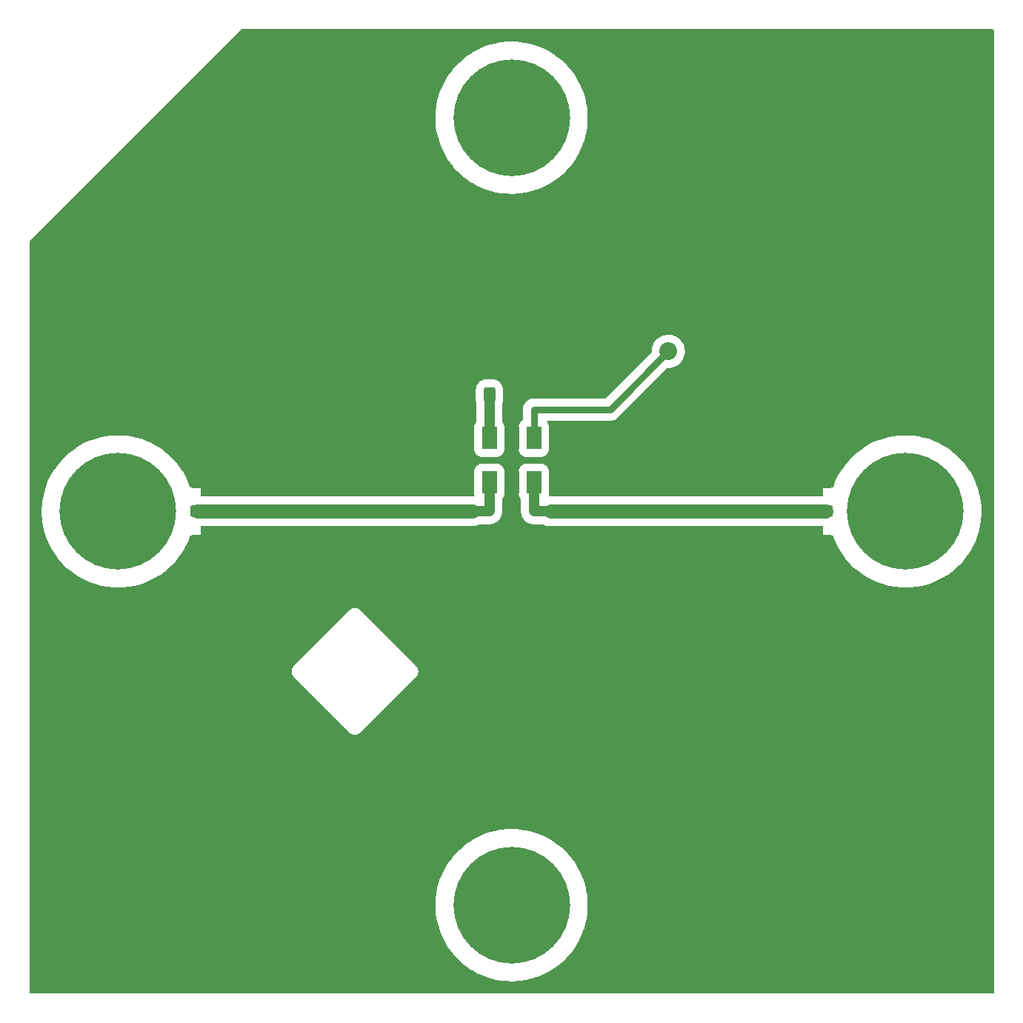
<source format=gbr>
G04 #@! TF.GenerationSoftware,KiCad,Pcbnew,6.0.4-6f826c9f35~116~ubuntu20.04.1*
G04 #@! TF.CreationDate,2022-04-29T13:31:38-04:00*
G04 #@! TF.ProjectId,LWA Cal Test 2022,4c574120-4361-46c2-9054-657374203230,1.3*
G04 #@! TF.SameCoordinates,Original*
G04 #@! TF.FileFunction,Copper,L1,Top*
G04 #@! TF.FilePolarity,Positive*
%FSLAX46Y46*%
G04 Gerber Fmt 4.6, Leading zero omitted, Abs format (unit mm)*
G04 Created by KiCad (PCBNEW 6.0.4-6f826c9f35~116~ubuntu20.04.1) date 2022-04-29 13:31:38*
%MOMM*%
%LPD*%
G01*
G04 APERTURE LIST*
G04 Aperture macros list*
%AMRoundRect*
0 Rectangle with rounded corners*
0 $1 Rounding radius*
0 $2 $3 $4 $5 $6 $7 $8 $9 X,Y pos of 4 corners*
0 Add a 4 corners polygon primitive as box body*
4,1,4,$2,$3,$4,$5,$6,$7,$8,$9,$2,$3,0*
0 Add four circle primitives for the rounded corners*
1,1,$1+$1,$2,$3*
1,1,$1+$1,$4,$5*
1,1,$1+$1,$6,$7*
1,1,$1+$1,$8,$9*
0 Add four rect primitives between the rounded corners*
20,1,$1+$1,$2,$3,$4,$5,0*
20,1,$1+$1,$4,$5,$6,$7,0*
20,1,$1+$1,$6,$7,$8,$9,0*
20,1,$1+$1,$8,$9,$2,$3,0*%
G04 Aperture macros list end*
G04 #@! TA.AperFunction,ComponentPad*
%ADD10C,13.335000*%
G04 #@! TD*
G04 #@! TA.AperFunction,SMDPad,CuDef*
%ADD11R,1.651000X2.540000*%
G04 #@! TD*
G04 #@! TA.AperFunction,SMDPad,CuDef*
%ADD12R,3.450001X3.450001*%
G04 #@! TD*
G04 #@! TA.AperFunction,ComponentPad*
%ADD13C,7.620000*%
G04 #@! TD*
G04 #@! TA.AperFunction,SMDPad,CuDef*
%ADD14RoundRect,0.250000X0.625000X-0.400000X0.625000X0.400000X-0.625000X0.400000X-0.625000X-0.400000X0*%
G04 #@! TD*
G04 #@! TA.AperFunction,SMDPad,CuDef*
%ADD15RoundRect,0.250000X-0.625000X0.400000X-0.625000X-0.400000X0.625000X-0.400000X0.625000X0.400000X0*%
G04 #@! TD*
G04 #@! TA.AperFunction,SMDPad,CuDef*
%ADD16RoundRect,0.250000X0.400000X0.625000X-0.400000X0.625000X-0.400000X-0.625000X0.400000X-0.625000X0*%
G04 #@! TD*
G04 #@! TA.AperFunction,ComponentPad*
%ADD17C,2.032000*%
G04 #@! TD*
G04 #@! TA.AperFunction,ViaPad*
%ADD18C,1.270000*%
G04 #@! TD*
G04 #@! TA.AperFunction,ViaPad*
%ADD19C,0.762000*%
G04 #@! TD*
G04 #@! TA.AperFunction,Conductor*
%ADD20C,1.143000*%
G04 #@! TD*
G04 #@! TA.AperFunction,Conductor*
%ADD21C,0.762000*%
G04 #@! TD*
G04 #@! TA.AperFunction,Conductor*
%ADD22C,1.600200*%
G04 #@! TD*
G04 APERTURE END LIST*
D10*
G04 #@! TO.P,FP1,1,Pin_1*
G04 #@! TO.N,unconnected-(FP1-Pad1)*
X37143588Y-99745800D03*
G04 #@! TD*
G04 #@! TO.P,FP2,1,Pin_1*
G04 #@! TO.N,unconnected-(FP2-Pad1)*
X127143612Y-99745800D03*
G04 #@! TD*
G04 #@! TO.P,FP3,1,Pin_1*
G04 #@! TO.N,unconnected-(FP3-Pad1)*
X82143600Y-54745788D03*
G04 #@! TD*
G04 #@! TO.P,FP4,1,Pin_1*
G04 #@! TO.N,unconnected-(FP4-Pad1)*
X82143600Y-144745812D03*
G04 #@! TD*
D11*
G04 #@! TO.P,H1,1*
G04 #@! TO.N,Net-(H1-Pad1)*
X84683600Y-91363800D03*
G04 #@! TO.P,H1,2*
G04 #@! TO.N,GND*
X82143600Y-91363800D03*
G04 #@! TO.P,H1,3*
G04 #@! TO.N,Net-(H1-Pad3)*
X79603600Y-91363800D03*
G04 #@! TO.P,H1,4*
G04 #@! TO.N,unconnected-(H1-Pad4)*
X79603600Y-96443800D03*
G04 #@! TO.P,H1,5*
G04 #@! TO.N,GND*
X82143600Y-96443800D03*
G04 #@! TO.P,H1,6*
G04 #@! TO.N,unconnected-(H1-Pad6)*
X84683600Y-96443800D03*
G04 #@! TD*
D12*
G04 #@! TO.P,TP2,1,1*
G04 #@! TO.N,GND*
X125069600Y-61264800D03*
G04 #@! TD*
D13*
G04 #@! TO.P,MH1,1*
G04 #@! TO.N,GND*
X107769228Y-125371428D03*
G04 #@! TD*
G04 #@! TO.P,MH2,1*
G04 #@! TO.N,GND*
X56517972Y-74120172D03*
G04 #@! TD*
D14*
G04 #@! TO.P,R1,1*
G04 #@! TO.N,unconnected-(H1-Pad4)*
X46278800Y-99745800D03*
G04 #@! TO.P,R1,2*
G04 #@! TO.N,GND*
X46278800Y-96391800D03*
G04 #@! TD*
G04 #@! TO.P,R4,1*
G04 #@! TO.N,unconnected-(H1-Pad6)*
X118008400Y-99745800D03*
G04 #@! TO.P,R4,2*
G04 #@! TO.N,GND*
X118008400Y-96391800D03*
G04 #@! TD*
D15*
G04 #@! TO.P,R5,1*
G04 #@! TO.N,unconnected-(H1-Pad6)*
X118008400Y-99745800D03*
G04 #@! TO.P,R5,2*
G04 #@! TO.N,GND*
X118008400Y-103099800D03*
G04 #@! TD*
G04 #@! TO.P,R2,1*
G04 #@! TO.N,unconnected-(H1-Pad4)*
X46278800Y-99745800D03*
G04 #@! TO.P,R2,2*
G04 #@! TO.N,GND*
X46278800Y-103099800D03*
G04 #@! TD*
D16*
G04 #@! TO.P,R3,1*
G04 #@! TO.N,GND*
X82703600Y-86410800D03*
G04 #@! TO.P,R3,2*
G04 #@! TO.N,Net-(H1-Pad3)*
X79603600Y-86410800D03*
G04 #@! TD*
D17*
G04 #@! TO.P,S3,1,In*
G04 #@! TO.N,Net-(H1-Pad1)*
X100050600Y-81457800D03*
G04 #@! TO.P,S3,2,Ext*
G04 #@! TO.N,GND*
X100050600Y-77865698D03*
X103642702Y-81457800D03*
X100050600Y-85049902D03*
X96458498Y-81457800D03*
G04 #@! TD*
D18*
G04 #@! TO.N,GND*
X46278800Y-104571800D03*
X118008400Y-104571800D03*
X118008400Y-94919800D03*
X46278800Y-94919800D03*
X82143600Y-99745800D03*
X91668600Y-134162800D03*
X110718600Y-102285800D03*
X73380600Y-129844800D03*
X82143600Y-88950800D03*
X72618600Y-120065800D03*
D19*
X114018448Y-103867626D03*
X114018447Y-105817626D03*
X114018447Y-105167626D03*
X114018447Y-104517626D03*
D18*
X82578600Y-84378800D03*
X87245620Y-127050800D03*
X84429600Y-124851840D03*
X90045600Y-125085760D03*
X98780600Y-121783754D03*
X98780600Y-125095000D03*
X89509600Y-131368800D03*
X74523600Y-81965800D03*
X130629770Y-78545650D03*
X46583600Y-64185800D03*
X123751230Y-120945950D03*
X103098600Y-89027000D03*
X43789600Y-70281800D03*
X103733600Y-97205800D03*
X68681600Y-106095800D03*
X95605600Y-106095800D03*
X99288600Y-67208400D03*
X70205600Y-102412800D03*
X64363600Y-93395800D03*
X87096600Y-93903800D03*
X48869600Y-66852800D03*
X100711000Y-74193400D03*
X49631600Y-84632800D03*
X51981100Y-47502810D03*
X109067600Y-81838800D03*
X44678600Y-138480800D03*
X53568600Y-97205800D03*
X60553600Y-102285800D03*
X116433600Y-130225800D03*
X53568600Y-102285800D03*
X61061600Y-107873800D03*
X40868600Y-58724800D03*
X113385600Y-74472800D03*
X115163600Y-66725800D03*
X112306100Y-47502820D03*
X98145600Y-104902000D03*
X52298600Y-107797600D03*
X60943450Y-141353430D03*
X64363600Y-89585800D03*
X40535970Y-120945950D03*
X29900610Y-129908300D03*
X99110800Y-89738200D03*
X110718600Y-97205800D03*
X36423600Y-140893800D03*
X84988400Y-83464400D03*
X88265000Y-77444600D03*
X123751230Y-78545650D03*
X87223600Y-103886000D03*
X102209600Y-58089800D03*
X77190600Y-93903800D03*
X60299600Y-80695800D03*
X78714600Y-132892800D03*
X66141600Y-104902000D03*
X49758600Y-116890800D03*
X85953600Y-113436400D03*
X87223600Y-107365800D03*
X29900620Y-69583300D03*
X93065600Y-78155800D03*
X53949600Y-89077800D03*
X134386590Y-69583300D03*
X97383600Y-92125800D03*
X53568600Y-124510800D03*
X77063600Y-103886000D03*
X52044600Y-153085800D03*
X111277400Y-110236000D03*
X74523600Y-87045800D03*
X117703600Y-64185800D03*
X103343750Y-141353430D03*
X93776800Y-93776800D03*
X89636600Y-135305800D03*
X101803200Y-69697600D03*
X98145600Y-94742000D03*
X82143600Y-66725800D03*
X62458600Y-53390800D03*
X61823600Y-132130800D03*
X102463600Y-133400800D03*
X103733600Y-102285800D03*
X117703600Y-135305800D03*
X77063600Y-107365800D03*
X62357000Y-66497200D03*
X118465600Y-81711800D03*
X78968600Y-113436400D03*
X40535970Y-78545650D03*
X94081600Y-97078800D03*
X116433600Y-69265800D03*
X134386580Y-129908300D03*
X111277400Y-89255600D03*
X66141600Y-94742000D03*
X60553600Y-97205800D03*
X115163600Y-132765800D03*
X61061600Y-91770200D03*
X74523600Y-78409800D03*
X124790200Y-142163800D03*
X46583600Y-135305800D03*
X94462600Y-129590800D03*
X112306100Y-151988790D03*
X113893600Y-119430800D03*
X100558600Y-112369600D03*
X124799820Y-57089580D03*
G04 #@! TD*
D20*
G04 #@! TO.N,GND*
X82578600Y-86410800D02*
X82578600Y-84378800D01*
X82143600Y-91363800D02*
X82143600Y-88950800D01*
X82143600Y-99745800D02*
X82143600Y-96443800D01*
D21*
G04 #@! TO.N,Net-(H1-Pad1)*
X84683600Y-91363800D02*
X84683600Y-88108610D01*
X93399790Y-88108610D02*
X100050600Y-81457800D01*
X84683600Y-88108610D02*
X93399790Y-88108610D01*
D20*
G04 #@! TO.N,Net-(H1-Pad3)*
X79603600Y-91363800D02*
X79603600Y-86410800D01*
G04 #@! TO.N,unconnected-(H1-Pad4)*
X79603600Y-99745800D02*
X77825600Y-99745800D01*
X79603600Y-96443800D02*
X79603600Y-99745800D01*
D22*
X77698600Y-99745800D02*
X46202600Y-99745800D01*
D20*
G04 #@! TO.N,unconnected-(H1-Pad6)*
X84683600Y-99745800D02*
X84683600Y-96443800D01*
D22*
X118084600Y-99745800D02*
X86588600Y-99745800D01*
D20*
X86461600Y-99745800D02*
X84683600Y-99745800D01*
G04 #@! TD*
G04 #@! TA.AperFunction,Conductor*
G04 #@! TO.N,GND*
G36*
X117703600Y-98056200D02*
G01*
X86523238Y-98056200D01*
X86511665Y-98057080D01*
X86442226Y-98042306D01*
X86391795Y-97992334D01*
X86376387Y-97923029D01*
X86380399Y-97898834D01*
X86390993Y-97859296D01*
X86390994Y-97859292D01*
X86392488Y-97853715D01*
X86398600Y-97776058D01*
X86398600Y-95111542D01*
X86392488Y-95033885D01*
X86344094Y-94853276D01*
X86259207Y-94686675D01*
X86141536Y-94541364D01*
X85996225Y-94423693D01*
X85829624Y-94338806D01*
X85823250Y-94337098D01*
X85654592Y-94291906D01*
X85654588Y-94291905D01*
X85649015Y-94290412D01*
X85637634Y-94289516D01*
X85573814Y-94284493D01*
X85573806Y-94284493D01*
X85571358Y-94284300D01*
X83795842Y-94284300D01*
X83793394Y-94284493D01*
X83793386Y-94284493D01*
X83729566Y-94289516D01*
X83718185Y-94290412D01*
X83712612Y-94291905D01*
X83712608Y-94291906D01*
X83543950Y-94337098D01*
X83537576Y-94338806D01*
X83370975Y-94423693D01*
X83225664Y-94541364D01*
X83107993Y-94686675D01*
X83023106Y-94853276D01*
X82974712Y-95033885D01*
X82968600Y-95111542D01*
X82968600Y-97776058D01*
X82974712Y-97853715D01*
X82976205Y-97859288D01*
X82976206Y-97859292D01*
X83005486Y-97968565D01*
X83023106Y-98034324D01*
X83107993Y-98200925D01*
X83112146Y-98206054D01*
X83112147Y-98206055D01*
X83194520Y-98307776D01*
X83221846Y-98373304D01*
X83222600Y-98387071D01*
X83222600Y-99729726D01*
X83222591Y-99731265D01*
X83221354Y-99832543D01*
X83221164Y-99848063D01*
X83230953Y-99912030D01*
X83231976Y-99920746D01*
X83237278Y-99985237D01*
X83238537Y-99990250D01*
X83238539Y-99990261D01*
X83248310Y-100029156D01*
X83250657Y-100040797D01*
X83255104Y-100069857D01*
X83257504Y-100085544D01*
X83277604Y-100147040D01*
X83280042Y-100155484D01*
X83295806Y-100218244D01*
X83297868Y-100222987D01*
X83297870Y-100222992D01*
X83313859Y-100259762D01*
X83318066Y-100270836D01*
X83332142Y-100313901D01*
X83362027Y-100371309D01*
X83365803Y-100379228D01*
X83391603Y-100438563D01*
X83394413Y-100442907D01*
X83394418Y-100442916D01*
X83416196Y-100476580D01*
X83422167Y-100486838D01*
X83435390Y-100512238D01*
X83443075Y-100527000D01*
X83446181Y-100531137D01*
X83446183Y-100531140D01*
X83481921Y-100578739D01*
X83486953Y-100585952D01*
X83522098Y-100640277D01*
X83525578Y-100644102D01*
X83525580Y-100644104D01*
X83552572Y-100673767D01*
X83560138Y-100682913D01*
X83587323Y-100719120D01*
X83591055Y-100722687D01*
X83591060Y-100722692D01*
X83634096Y-100763818D01*
X83640236Y-100770110D01*
X83683786Y-100817970D01*
X83687843Y-100821174D01*
X83719323Y-100846036D01*
X83728281Y-100853823D01*
X83757274Y-100881529D01*
X83761012Y-100885101D01*
X83765281Y-100888013D01*
X83814465Y-100921564D01*
X83821553Y-100926771D01*
X83847774Y-100947479D01*
X83872324Y-100966868D01*
X83901940Y-100983217D01*
X83911963Y-100988750D01*
X83922071Y-100994969D01*
X83959478Y-101020486D01*
X83964168Y-101022663D01*
X83964175Y-101022667D01*
X84018165Y-101047728D01*
X84026006Y-101051705D01*
X84082650Y-101082974D01*
X84125344Y-101098093D01*
X84136311Y-101102569D01*
X84177390Y-101121637D01*
X84182368Y-101123017D01*
X84182372Y-101123019D01*
X84239740Y-101138928D01*
X84248128Y-101141573D01*
X84304246Y-101161446D01*
X84304249Y-101161447D01*
X84309115Y-101163170D01*
X84349079Y-101170289D01*
X84353688Y-101171110D01*
X84365262Y-101173739D01*
X84408898Y-101185840D01*
X84414028Y-101186388D01*
X84414032Y-101186389D01*
X84455884Y-101190861D01*
X84473238Y-101192715D01*
X84481941Y-101193955D01*
X84501412Y-101197423D01*
X84540550Y-101204395D01*
X84540552Y-101204395D01*
X84545637Y-101205301D01*
X84590929Y-101205855D01*
X84598342Y-101206296D01*
X84598344Y-101206265D01*
X84601687Y-101206443D01*
X84605028Y-101206800D01*
X84667526Y-101206800D01*
X84669065Y-101206809D01*
X84780694Y-101208173D01*
X84780696Y-101208173D01*
X84785863Y-101208236D01*
X84790976Y-101207454D01*
X84795929Y-101207107D01*
X84804722Y-101206800D01*
X85705435Y-101206800D01*
X85764102Y-101221292D01*
X85911368Y-101298773D01*
X85911375Y-101298776D01*
X85915604Y-101301001D01*
X86158589Y-101384905D01*
X86275469Y-101406251D01*
X86407498Y-101430364D01*
X86407502Y-101430364D01*
X86411469Y-101431089D01*
X86493728Y-101435400D01*
X117703600Y-101435400D01*
X117703600Y-135305800D01*
X46583600Y-135305800D01*
X46583600Y-118080610D01*
X56993426Y-118080610D01*
X56994458Y-118087125D01*
X56999726Y-118120384D01*
X57001104Y-118133502D01*
X57003211Y-118173715D01*
X57004922Y-118180100D01*
X57013633Y-118212609D01*
X57016376Y-118225511D01*
X57022676Y-118265288D01*
X57037113Y-118302898D01*
X57041179Y-118315411D01*
X57051606Y-118354324D01*
X57066919Y-118384378D01*
X57069891Y-118390212D01*
X57075253Y-118402257D01*
X57089684Y-118439849D01*
X57093279Y-118445384D01*
X57093280Y-118445387D01*
X57111616Y-118473622D01*
X57118208Y-118485040D01*
X57133495Y-118515042D01*
X57136493Y-118520925D01*
X57156427Y-118545542D01*
X57161841Y-118552228D01*
X57169590Y-118562895D01*
X57187921Y-118591122D01*
X57187926Y-118591128D01*
X57191521Y-118596664D01*
X63673736Y-125078879D01*
X63679272Y-125082474D01*
X63679278Y-125082479D01*
X63707505Y-125100810D01*
X63718172Y-125108559D01*
X63749475Y-125133907D01*
X63785358Y-125152190D01*
X63796779Y-125158784D01*
X63830551Y-125180716D01*
X63864117Y-125193601D01*
X63868140Y-125195145D01*
X63880187Y-125200509D01*
X63910185Y-125215794D01*
X63910194Y-125215797D01*
X63916075Y-125218794D01*
X63922453Y-125220503D01*
X63922456Y-125220504D01*
X63954976Y-125229217D01*
X63967506Y-125233288D01*
X64005112Y-125247724D01*
X64011637Y-125248757D01*
X64011639Y-125248758D01*
X64028262Y-125251390D01*
X64044890Y-125254024D01*
X64057789Y-125256766D01*
X64090306Y-125265479D01*
X64090308Y-125265479D01*
X64096685Y-125267188D01*
X64103274Y-125267533D01*
X64103278Y-125267534D01*
X64133345Y-125269109D01*
X64136891Y-125269295D01*
X64150007Y-125270673D01*
X64183273Y-125275942D01*
X64183275Y-125275942D01*
X64189790Y-125276974D01*
X64196378Y-125276629D01*
X64196383Y-125276629D01*
X64230009Y-125274867D01*
X64243194Y-125274867D01*
X64276817Y-125276629D01*
X64276822Y-125276629D01*
X64283410Y-125276974D01*
X64323188Y-125270674D01*
X64336302Y-125269296D01*
X64353108Y-125268415D01*
X64369913Y-125267535D01*
X64369914Y-125267535D01*
X64376515Y-125267189D01*
X64415412Y-125256766D01*
X64428311Y-125254024D01*
X64461566Y-125248757D01*
X64468088Y-125247724D01*
X64505698Y-125233287D01*
X64518211Y-125229221D01*
X64557124Y-125218794D01*
X64593012Y-125200509D01*
X64605057Y-125195147D01*
X64636480Y-125183084D01*
X64642649Y-125180716D01*
X64648184Y-125177121D01*
X64648187Y-125177120D01*
X64676422Y-125158784D01*
X64687840Y-125152192D01*
X64717842Y-125136905D01*
X64717845Y-125136903D01*
X64723725Y-125133907D01*
X64755028Y-125108559D01*
X64765695Y-125100810D01*
X64793922Y-125082479D01*
X64793928Y-125082474D01*
X64799464Y-125078879D01*
X71281679Y-118596664D01*
X71285274Y-118591128D01*
X71285279Y-118591122D01*
X71303610Y-118562895D01*
X71311359Y-118552228D01*
X71332553Y-118526055D01*
X71332554Y-118526054D01*
X71336707Y-118520925D01*
X71354991Y-118485040D01*
X71361584Y-118473621D01*
X71379918Y-118445389D01*
X71383516Y-118439849D01*
X71397946Y-118402257D01*
X71403309Y-118390213D01*
X71418594Y-118360215D01*
X71418598Y-118360205D01*
X71421594Y-118354325D01*
X71432017Y-118315424D01*
X71436088Y-118302894D01*
X71450524Y-118265288D01*
X71456824Y-118225510D01*
X71459566Y-118212611D01*
X71468279Y-118180094D01*
X71468279Y-118180092D01*
X71469988Y-118173715D01*
X71472095Y-118133509D01*
X71473473Y-118120393D01*
X71478742Y-118087127D01*
X71478742Y-118087125D01*
X71479774Y-118080610D01*
X71479429Y-118074021D01*
X71479429Y-118074016D01*
X71477667Y-118040392D01*
X71477667Y-118027208D01*
X71479429Y-117993584D01*
X71479429Y-117993579D01*
X71479774Y-117986990D01*
X71473473Y-117947206D01*
X71472095Y-117934090D01*
X71470334Y-117900478D01*
X71470333Y-117900474D01*
X71469988Y-117893885D01*
X71468277Y-117887500D01*
X71459566Y-117854989D01*
X71456823Y-117842085D01*
X71451558Y-117808839D01*
X71451557Y-117808834D01*
X71450524Y-117802312D01*
X71436088Y-117764706D01*
X71432017Y-117752176D01*
X71423304Y-117719656D01*
X71423303Y-117719653D01*
X71421594Y-117713275D01*
X71418597Y-117707394D01*
X71418594Y-117707385D01*
X71403309Y-117677387D01*
X71397945Y-117665340D01*
X71385883Y-117633918D01*
X71383516Y-117627751D01*
X71361583Y-117593978D01*
X71354990Y-117582558D01*
X71339703Y-117552556D01*
X71336707Y-117546675D01*
X71311359Y-117515372D01*
X71303610Y-117504705D01*
X71285279Y-117476478D01*
X71285274Y-117476472D01*
X71281679Y-117470936D01*
X64799464Y-110988721D01*
X64793928Y-110985126D01*
X64793922Y-110985121D01*
X64765695Y-110966790D01*
X64755028Y-110959041D01*
X64748342Y-110953627D01*
X64723725Y-110933693D01*
X64717845Y-110930697D01*
X64717842Y-110930695D01*
X64687840Y-110915408D01*
X64676422Y-110908816D01*
X64648187Y-110890480D01*
X64648184Y-110890479D01*
X64642649Y-110886884D01*
X64605057Y-110872453D01*
X64593012Y-110867091D01*
X64587178Y-110864119D01*
X64557124Y-110848806D01*
X64518211Y-110838379D01*
X64505698Y-110834313D01*
X64468088Y-110819876D01*
X64461560Y-110818842D01*
X64428311Y-110813576D01*
X64415412Y-110810834D01*
X64376515Y-110800411D01*
X64369914Y-110800065D01*
X64369913Y-110800065D01*
X64353108Y-110799184D01*
X64336302Y-110798304D01*
X64323188Y-110796926D01*
X64283410Y-110790626D01*
X64276822Y-110790971D01*
X64276817Y-110790971D01*
X64243194Y-110792733D01*
X64230009Y-110792733D01*
X64196383Y-110790971D01*
X64196378Y-110790971D01*
X64189790Y-110790626D01*
X64183275Y-110791658D01*
X64183273Y-110791658D01*
X64150007Y-110796927D01*
X64136891Y-110798305D01*
X64133345Y-110798491D01*
X64103278Y-110800066D01*
X64103274Y-110800067D01*
X64096685Y-110800412D01*
X64090308Y-110802121D01*
X64090306Y-110802121D01*
X64057789Y-110810834D01*
X64044890Y-110813576D01*
X64028262Y-110816209D01*
X64011639Y-110818842D01*
X64011637Y-110818843D01*
X64005112Y-110819876D01*
X63967506Y-110834312D01*
X63954976Y-110838383D01*
X63922456Y-110847096D01*
X63922453Y-110847097D01*
X63916075Y-110848806D01*
X63910194Y-110851803D01*
X63910185Y-110851806D01*
X63880187Y-110867091D01*
X63868139Y-110872455D01*
X63830551Y-110886884D01*
X63825011Y-110890482D01*
X63796779Y-110908816D01*
X63785358Y-110915410D01*
X63749475Y-110933693D01*
X63744346Y-110937846D01*
X63744345Y-110937847D01*
X63718172Y-110959041D01*
X63707505Y-110966790D01*
X63679278Y-110985121D01*
X63679272Y-110985126D01*
X63673736Y-110988721D01*
X57191521Y-117470936D01*
X57187926Y-117476472D01*
X57187921Y-117476478D01*
X57169590Y-117504705D01*
X57161841Y-117515372D01*
X57136493Y-117546675D01*
X57133497Y-117552555D01*
X57133495Y-117552558D01*
X57118208Y-117582560D01*
X57111616Y-117593978D01*
X57093282Y-117622211D01*
X57089684Y-117627751D01*
X57087317Y-117633918D01*
X57087316Y-117633920D01*
X57075253Y-117665343D01*
X57069891Y-117677388D01*
X57051606Y-117713276D01*
X57041179Y-117752189D01*
X57037113Y-117764702D01*
X57022676Y-117802312D01*
X57021643Y-117808834D01*
X57016376Y-117842089D01*
X57013634Y-117854988D01*
X57003211Y-117893885D01*
X57002866Y-117900478D01*
X57002865Y-117900487D01*
X57001104Y-117934097D01*
X56999727Y-117947207D01*
X56993426Y-117986990D01*
X56993771Y-117993579D01*
X56993771Y-117993584D01*
X56995533Y-118027208D01*
X56995533Y-118040392D01*
X56993771Y-118074016D01*
X56993771Y-118074021D01*
X56993426Y-118080610D01*
X46583600Y-118080610D01*
X46583600Y-101435400D01*
X77763962Y-101435400D01*
X77766341Y-101435219D01*
X77766342Y-101435219D01*
X77950155Y-101421237D01*
X77950160Y-101421236D01*
X77954922Y-101420874D01*
X77959575Y-101419795D01*
X77959578Y-101419795D01*
X78200682Y-101363910D01*
X78200681Y-101363910D01*
X78205346Y-101362829D01*
X78444109Y-101267572D01*
X78517922Y-101224179D01*
X78581778Y-101206800D01*
X79587526Y-101206800D01*
X79589065Y-101206809D01*
X79700693Y-101208173D01*
X79700695Y-101208173D01*
X79705863Y-101208236D01*
X79710972Y-101207454D01*
X79710975Y-101207454D01*
X79731324Y-101204340D01*
X79769830Y-101198447D01*
X79778546Y-101197424D01*
X79843037Y-101192122D01*
X79848050Y-101190863D01*
X79848061Y-101190861D01*
X79886956Y-101181090D01*
X79898592Y-101178744D01*
X79916139Y-101176059D01*
X79938229Y-101172679D01*
X79938232Y-101172678D01*
X79943344Y-101171896D01*
X80004845Y-101151795D01*
X80013284Y-101149358D01*
X80076044Y-101133594D01*
X80080787Y-101131532D01*
X80080792Y-101131530D01*
X80108552Y-101119459D01*
X80117568Y-101115539D01*
X80128636Y-101111334D01*
X80171701Y-101097258D01*
X80229109Y-101067373D01*
X80237028Y-101063597D01*
X80251264Y-101057407D01*
X80296363Y-101037797D01*
X80300707Y-101034987D01*
X80300716Y-101034982D01*
X80334380Y-101013204D01*
X80344638Y-101007233D01*
X80380211Y-100988714D01*
X80384800Y-100986325D01*
X80388940Y-100983217D01*
X80436539Y-100947479D01*
X80443752Y-100942447D01*
X80493731Y-100910114D01*
X80493734Y-100910111D01*
X80498077Y-100907302D01*
X80531568Y-100876827D01*
X80540715Y-100869260D01*
X80572786Y-100845181D01*
X80572787Y-100845180D01*
X80576920Y-100842077D01*
X80580487Y-100838345D01*
X80580492Y-100838340D01*
X80621618Y-100795304D01*
X80627911Y-100789163D01*
X80675770Y-100745614D01*
X80696694Y-100719120D01*
X80703836Y-100710077D01*
X80711623Y-100701119D01*
X80739329Y-100672126D01*
X80739330Y-100672125D01*
X80742901Y-100668388D01*
X80762077Y-100640277D01*
X80779364Y-100614935D01*
X80784571Y-100607847D01*
X80821465Y-100561132D01*
X80821466Y-100561130D01*
X80824668Y-100557076D01*
X80846550Y-100517437D01*
X80852769Y-100507329D01*
X80875368Y-100474199D01*
X80878286Y-100469922D01*
X80880463Y-100465232D01*
X80880467Y-100465225D01*
X80905528Y-100411235D01*
X80909506Y-100403393D01*
X80940774Y-100346750D01*
X80955893Y-100304056D01*
X80960370Y-100293087D01*
X80979437Y-100252010D01*
X80987485Y-100222992D01*
X80996728Y-100189660D01*
X80999373Y-100181272D01*
X81019246Y-100125154D01*
X81019247Y-100125151D01*
X81020970Y-100120285D01*
X81028910Y-100075712D01*
X81031539Y-100064138D01*
X81042260Y-100025477D01*
X81043640Y-100020502D01*
X81047409Y-99985237D01*
X81050515Y-99956165D01*
X81051755Y-99947456D01*
X81062195Y-99888850D01*
X81062195Y-99888848D01*
X81063101Y-99883763D01*
X81063655Y-99838471D01*
X81064096Y-99831058D01*
X81064065Y-99831056D01*
X81064243Y-99827713D01*
X81064600Y-99824372D01*
X81064600Y-99761874D01*
X81064609Y-99760335D01*
X81065973Y-99648706D01*
X81065973Y-99648704D01*
X81066036Y-99643537D01*
X81065254Y-99638424D01*
X81064907Y-99633471D01*
X81064600Y-99624678D01*
X81064600Y-98387071D01*
X81084602Y-98318950D01*
X81092680Y-98307776D01*
X81175053Y-98206055D01*
X81175054Y-98206054D01*
X81179207Y-98200925D01*
X81264094Y-98034324D01*
X81281714Y-97968565D01*
X81310994Y-97859292D01*
X81310995Y-97859288D01*
X81312488Y-97853715D01*
X81318600Y-97776058D01*
X81318600Y-95111542D01*
X81312488Y-95033885D01*
X81264094Y-94853276D01*
X81179207Y-94686675D01*
X81061536Y-94541364D01*
X80916225Y-94423693D01*
X80749624Y-94338806D01*
X80743250Y-94337098D01*
X80574592Y-94291906D01*
X80574588Y-94291905D01*
X80569015Y-94290412D01*
X80557634Y-94289516D01*
X80493814Y-94284493D01*
X80493806Y-94284493D01*
X80491358Y-94284300D01*
X78715842Y-94284300D01*
X78713394Y-94284493D01*
X78713386Y-94284493D01*
X78649566Y-94289516D01*
X78638185Y-94290412D01*
X78632612Y-94291905D01*
X78632608Y-94291906D01*
X78463950Y-94337098D01*
X78457576Y-94338806D01*
X78290975Y-94423693D01*
X78145664Y-94541364D01*
X78027993Y-94686675D01*
X77943106Y-94853276D01*
X77894712Y-95033885D01*
X77888600Y-95111542D01*
X77888600Y-97776058D01*
X77894712Y-97853715D01*
X77896205Y-97859288D01*
X77896206Y-97859292D01*
X77906468Y-97897589D01*
X77904778Y-97968565D01*
X77864984Y-98027361D01*
X77799720Y-98055309D01*
X77784761Y-98056200D01*
X46583600Y-98056200D01*
X46583600Y-92696058D01*
X77888600Y-92696058D01*
X77894712Y-92773715D01*
X77943106Y-92954324D01*
X78027993Y-93120925D01*
X78145664Y-93266236D01*
X78290975Y-93383907D01*
X78457576Y-93468794D01*
X78463949Y-93470502D01*
X78463950Y-93470502D01*
X78632608Y-93515694D01*
X78632612Y-93515695D01*
X78638185Y-93517188D01*
X78643941Y-93517641D01*
X78713386Y-93523107D01*
X78713394Y-93523107D01*
X78715842Y-93523300D01*
X80491358Y-93523300D01*
X80493806Y-93523107D01*
X80493814Y-93523107D01*
X80563259Y-93517641D01*
X80569015Y-93517188D01*
X80574588Y-93515695D01*
X80574592Y-93515694D01*
X80743250Y-93470502D01*
X80743251Y-93470502D01*
X80749624Y-93468794D01*
X80916225Y-93383907D01*
X81061536Y-93266236D01*
X81179207Y-93120925D01*
X81264094Y-92954324D01*
X81312488Y-92773715D01*
X81318600Y-92696058D01*
X82968600Y-92696058D01*
X82974712Y-92773715D01*
X83023106Y-92954324D01*
X83107993Y-93120925D01*
X83225664Y-93266236D01*
X83370975Y-93383907D01*
X83537576Y-93468794D01*
X83543949Y-93470502D01*
X83543950Y-93470502D01*
X83712608Y-93515694D01*
X83712612Y-93515695D01*
X83718185Y-93517188D01*
X83723941Y-93517641D01*
X83793386Y-93523107D01*
X83793394Y-93523107D01*
X83795842Y-93523300D01*
X85571358Y-93523300D01*
X85573806Y-93523107D01*
X85573814Y-93523107D01*
X85643259Y-93517641D01*
X85649015Y-93517188D01*
X85654588Y-93515695D01*
X85654592Y-93515694D01*
X85823250Y-93470502D01*
X85823251Y-93470502D01*
X85829624Y-93468794D01*
X85996225Y-93383907D01*
X86141536Y-93266236D01*
X86259207Y-93120925D01*
X86344094Y-92954324D01*
X86392488Y-92773715D01*
X86398600Y-92696058D01*
X86398600Y-90031542D01*
X86392488Y-89953885D01*
X86344094Y-89773276D01*
X86259207Y-89606675D01*
X86241173Y-89584405D01*
X86213847Y-89518877D01*
X86226287Y-89448979D01*
X86274541Y-89396902D01*
X86339093Y-89379110D01*
X93307609Y-89379110D01*
X93324056Y-89380188D01*
X93340802Y-89382393D01*
X93340806Y-89382393D01*
X93346372Y-89383126D01*
X93428558Y-89379250D01*
X93434493Y-89379110D01*
X93457325Y-89379110D01*
X93460111Y-89378861D01*
X93460119Y-89378861D01*
X93483603Y-89376765D01*
X93488867Y-89376406D01*
X93546898Y-89373669D01*
X93572913Y-89372442D01*
X93578372Y-89371192D01*
X93578377Y-89371191D01*
X93590645Y-89368381D01*
X93607576Y-89365700D01*
X93612153Y-89365292D01*
X93625685Y-89364084D01*
X93706842Y-89341882D01*
X93711961Y-89340596D01*
X93735345Y-89335240D01*
X93793983Y-89321811D01*
X93799140Y-89319611D01*
X93799147Y-89319609D01*
X93810707Y-89314678D01*
X93826894Y-89309041D01*
X93839021Y-89305723D01*
X93839024Y-89305722D01*
X93844441Y-89304240D01*
X93849504Y-89301825D01*
X93849515Y-89301821D01*
X93920406Y-89268007D01*
X93925208Y-89265838D01*
X94002592Y-89232831D01*
X94017788Y-89222849D01*
X94032716Y-89214437D01*
X94049141Y-89206603D01*
X94053699Y-89203328D01*
X94117479Y-89157497D01*
X94121828Y-89154508D01*
X94188292Y-89110850D01*
X94188293Y-89110849D01*
X94192148Y-89108317D01*
X94213176Y-89089580D01*
X94223476Y-89081329D01*
X94228761Y-89077532D01*
X94228762Y-89077531D01*
X94233316Y-89074259D01*
X94308392Y-88996787D01*
X94309781Y-88995377D01*
X99902913Y-83402246D01*
X99965225Y-83368220D01*
X99989040Y-83365376D01*
X100230381Y-83359689D01*
X100312891Y-83345955D01*
X100492176Y-83316114D01*
X100492180Y-83316113D01*
X100496566Y-83315383D01*
X100500807Y-83314042D01*
X100500810Y-83314041D01*
X100749607Y-83235357D01*
X100749609Y-83235356D01*
X100753853Y-83234014D01*
X100757864Y-83232088D01*
X100757869Y-83232086D01*
X100993089Y-83119135D01*
X100993090Y-83119134D01*
X100997108Y-83117205D01*
X101109925Y-83041823D01*
X101217769Y-82969764D01*
X101217773Y-82969761D01*
X101221477Y-82967286D01*
X101224794Y-82964315D01*
X101224798Y-82964312D01*
X101419167Y-82790221D01*
X101419168Y-82790220D01*
X101422485Y-82787249D01*
X101596119Y-82580686D01*
X101738917Y-82351718D01*
X101848028Y-82104914D01*
X101921275Y-81845198D01*
X101957197Y-81577753D01*
X101960967Y-81457800D01*
X101941909Y-81188627D01*
X101929148Y-81129352D01*
X101886050Y-80929177D01*
X101885113Y-80924825D01*
X101791715Y-80671657D01*
X101663576Y-80434174D01*
X101503254Y-80217116D01*
X101455915Y-80169027D01*
X101317079Y-80027994D01*
X101313948Y-80024813D01*
X101310408Y-80022112D01*
X101310402Y-80022106D01*
X101102975Y-79863803D01*
X101099435Y-79861101D01*
X100863995Y-79729248D01*
X100612325Y-79631885D01*
X100608000Y-79630882D01*
X100607995Y-79630881D01*
X100463485Y-79597386D01*
X100349447Y-79570953D01*
X100080607Y-79547669D01*
X100076172Y-79547913D01*
X100076168Y-79547913D01*
X99815611Y-79562252D01*
X99815604Y-79562253D01*
X99811168Y-79562497D01*
X99546506Y-79615141D01*
X99542296Y-79616619D01*
X99542294Y-79616620D01*
X99393785Y-79668773D01*
X99291902Y-79704552D01*
X99287951Y-79706605D01*
X99287945Y-79706607D01*
X99056386Y-79826892D01*
X99052436Y-79828944D01*
X99048821Y-79831527D01*
X99048815Y-79831531D01*
X98910177Y-79930604D01*
X98832886Y-79985837D01*
X98637633Y-80172099D01*
X98470573Y-80384014D01*
X98335038Y-80617355D01*
X98333370Y-80621472D01*
X98333367Y-80621479D01*
X98314630Y-80667739D01*
X98233733Y-80867464D01*
X98168680Y-81129352D01*
X98141176Y-81397794D01*
X98141351Y-81402246D01*
X98145540Y-81508868D01*
X98128228Y-81577722D01*
X98108732Y-81602910D01*
X92910436Y-86801205D01*
X92848124Y-86835231D01*
X92821341Y-86838110D01*
X84725304Y-86838110D01*
X84718050Y-86837901D01*
X84649137Y-86833927D01*
X84649134Y-86833927D01*
X84643531Y-86833604D01*
X84637953Y-86834279D01*
X84552729Y-86844592D01*
X84548794Y-86845006D01*
X84510271Y-86848444D01*
X84457705Y-86853136D01*
X84452298Y-86854615D01*
X84452293Y-86854616D01*
X84447244Y-86855997D01*
X84429139Y-86859549D01*
X84418381Y-86860851D01*
X84330930Y-86887754D01*
X84327239Y-86888827D01*
X84238949Y-86912980D01*
X84233884Y-86915396D01*
X84233878Y-86915398D01*
X84229161Y-86917648D01*
X84211977Y-86924348D01*
X84201613Y-86927537D01*
X84196628Y-86930110D01*
X84196618Y-86930114D01*
X84120334Y-86969487D01*
X84116790Y-86971246D01*
X84040352Y-87007706D01*
X84034249Y-87010617D01*
X84029700Y-87013886D01*
X84025441Y-87016946D01*
X84009707Y-87026587D01*
X84005076Y-87028977D01*
X84005070Y-87028981D01*
X84000081Y-87031556D01*
X83927512Y-87087240D01*
X83924364Y-87089577D01*
X83854633Y-87139684D01*
X83854626Y-87139690D01*
X83850074Y-87142961D01*
X83842533Y-87150743D01*
X83828756Y-87163018D01*
X83820153Y-87169619D01*
X83791600Y-87200999D01*
X83758604Y-87237261D01*
X83755893Y-87240147D01*
X83696152Y-87301794D01*
X83696145Y-87301802D01*
X83692245Y-87305827D01*
X83689118Y-87310481D01*
X83689116Y-87310483D01*
X83686197Y-87314827D01*
X83674812Y-87329347D01*
X83667519Y-87337362D01*
X83664538Y-87342114D01*
X83664532Y-87342122D01*
X83618917Y-87414839D01*
X83616792Y-87418112D01*
X83565753Y-87494068D01*
X83563500Y-87499201D01*
X83563496Y-87499208D01*
X83561396Y-87503993D01*
X83552760Y-87520303D01*
X83547001Y-87529484D01*
X83544907Y-87534694D01*
X83544903Y-87534701D01*
X83512885Y-87614348D01*
X83511351Y-87617998D01*
X83476847Y-87696598D01*
X83476845Y-87696604D01*
X83474593Y-87701734D01*
X83473284Y-87707188D01*
X83473283Y-87707190D01*
X83472060Y-87712283D01*
X83466450Y-87729861D01*
X83462410Y-87739911D01*
X83461273Y-87745403D01*
X83443864Y-87829462D01*
X83443001Y-87833323D01*
X83421650Y-87922261D01*
X83421026Y-87933089D01*
X83418617Y-87951378D01*
X83416419Y-87961992D01*
X83413100Y-88019554D01*
X83413100Y-88066906D01*
X83412891Y-88074160D01*
X83408594Y-88148679D01*
X83409269Y-88154256D01*
X83412187Y-88178369D01*
X83413100Y-88193507D01*
X83413100Y-89249482D01*
X83393098Y-89317603D01*
X83366394Y-89347402D01*
X83230794Y-89457209D01*
X83230790Y-89457213D01*
X83225664Y-89461364D01*
X83107993Y-89606675D01*
X83023106Y-89773276D01*
X82974712Y-89953885D01*
X82968600Y-90031542D01*
X82968600Y-92696058D01*
X81318600Y-92696058D01*
X81318600Y-90031542D01*
X81312488Y-89953885D01*
X81264094Y-89773276D01*
X81179207Y-89606675D01*
X81092680Y-89499823D01*
X81065354Y-89434296D01*
X81064600Y-89420529D01*
X81064600Y-87481140D01*
X81075448Y-87429994D01*
X81087570Y-87402704D01*
X81106750Y-87322505D01*
X81135087Y-87204020D01*
X81135088Y-87204016D01*
X81136282Y-87199022D01*
X81140301Y-87142961D01*
X81142939Y-87106157D01*
X81142939Y-87106149D01*
X81143100Y-87103907D01*
X81143099Y-85717694D01*
X81135996Y-85620601D01*
X81086928Y-85417005D01*
X81001580Y-85225760D01*
X80998305Y-85221004D01*
X80998303Y-85221000D01*
X80938655Y-85134373D01*
X80882810Y-85053270D01*
X80734594Y-84905313D01*
X80561898Y-84786844D01*
X80370504Y-84701830D01*
X80332035Y-84692630D01*
X80171820Y-84654313D01*
X80171816Y-84654312D01*
X80166822Y-84653118D01*
X80130907Y-84650544D01*
X80073957Y-84646461D01*
X80073949Y-84646461D01*
X80071707Y-84646300D01*
X79607803Y-84646300D01*
X79135494Y-84646301D01*
X79133201Y-84646469D01*
X79133194Y-84646469D01*
X79092831Y-84649422D01*
X79038401Y-84653404D01*
X78834805Y-84702472D01*
X78643560Y-84787820D01*
X78638804Y-84791095D01*
X78638800Y-84791097D01*
X78552173Y-84850745D01*
X78471070Y-84906590D01*
X78323113Y-85054806D01*
X78204644Y-85227502D01*
X78119630Y-85418896D01*
X78070918Y-85622578D01*
X78064100Y-85717693D01*
X78064101Y-87103906D01*
X78071204Y-87200999D01*
X78120272Y-87404595D01*
X78131663Y-87430119D01*
X78142600Y-87481466D01*
X78142600Y-89420529D01*
X78122598Y-89488650D01*
X78114522Y-89499821D01*
X78027993Y-89606675D01*
X77943106Y-89773276D01*
X77894712Y-89953885D01*
X77888600Y-90031542D01*
X77888600Y-92696058D01*
X46583600Y-92696058D01*
X46583600Y-64185800D01*
X117703600Y-64185800D01*
X117703600Y-98056200D01*
G37*
G04 #@! TD.AperFunction*
G04 #@! TD*
G04 #@! TA.AperFunction,Conductor*
G04 #@! TO.N,GND*
G36*
X137203221Y-44648302D02*
G01*
X137249714Y-44701958D01*
X137261100Y-44754300D01*
X137261100Y-154737300D01*
X137241098Y-154805421D01*
X137187442Y-154851914D01*
X137135100Y-154863300D01*
X27152100Y-154863300D01*
X27083979Y-154843298D01*
X27037486Y-154789642D01*
X27026100Y-154737300D01*
X27026100Y-144533133D01*
X73441337Y-144533133D01*
X73446375Y-145110334D01*
X73489654Y-145685931D01*
X73570985Y-146257395D01*
X73690011Y-146822213D01*
X73846208Y-147377900D01*
X74038889Y-147922014D01*
X74039715Y-147923933D01*
X74039717Y-147923937D01*
X74063223Y-147978517D01*
X74267206Y-148452162D01*
X74530157Y-148966012D01*
X74826585Y-149461307D01*
X75155185Y-149935867D01*
X75286088Y-150100434D01*
X75513216Y-150385974D01*
X75513229Y-150385989D01*
X75514515Y-150387606D01*
X75902993Y-150814537D01*
X76318911Y-151214784D01*
X76760441Y-151586587D01*
X77225641Y-151928310D01*
X77469053Y-152083381D01*
X77710700Y-152237328D01*
X77710709Y-152237334D01*
X77712465Y-152238452D01*
X77714288Y-152239450D01*
X77714293Y-152239453D01*
X78216940Y-152514643D01*
X78218774Y-152515647D01*
X78220674Y-152516529D01*
X78220680Y-152516532D01*
X78717245Y-152747030D01*
X78742340Y-152758679D01*
X79280862Y-152966477D01*
X79282847Y-152967095D01*
X79282852Y-152967097D01*
X79515260Y-153039484D01*
X79831971Y-153138128D01*
X79898341Y-153154062D01*
X80391231Y-153272395D01*
X80391246Y-153272398D01*
X80393245Y-153272878D01*
X80395276Y-153273225D01*
X80395285Y-153273227D01*
X80960171Y-153369785D01*
X80960182Y-153369787D01*
X80962215Y-153370134D01*
X81123324Y-153386783D01*
X81534307Y-153429254D01*
X81534314Y-153429254D01*
X81536380Y-153429468D01*
X81538470Y-153429545D01*
X81538475Y-153429545D01*
X81695520Y-153435304D01*
X82113214Y-153450620D01*
X82449421Y-153440642D01*
X82688104Y-153433558D01*
X82688113Y-153433557D01*
X82690183Y-153433496D01*
X82804056Y-153422531D01*
X83262665Y-153378373D01*
X83262678Y-153378371D01*
X83264748Y-153378172D01*
X83549566Y-153331531D01*
X83832321Y-153285228D01*
X83832331Y-153285226D01*
X83834383Y-153284890D01*
X83836414Y-153284417D01*
X83836421Y-153284416D01*
X84012097Y-153243535D01*
X84396584Y-153154062D01*
X84948878Y-152986262D01*
X84950823Y-152985527D01*
X84950832Y-152985524D01*
X85189260Y-152895429D01*
X85488837Y-152782229D01*
X86014087Y-152542858D01*
X86522319Y-152269204D01*
X86761200Y-152119354D01*
X87009516Y-151963586D01*
X87009525Y-151963580D01*
X87011296Y-151962469D01*
X87126526Y-151879057D01*
X87477171Y-151625233D01*
X87477179Y-151625227D01*
X87478871Y-151624002D01*
X87564048Y-151553286D01*
X87921378Y-151256625D01*
X87921393Y-151256612D01*
X87922985Y-151255290D01*
X87924487Y-151253865D01*
X87924499Y-151253854D01*
X88340181Y-150859387D01*
X88341688Y-150857957D01*
X88733137Y-150433748D01*
X89095611Y-149984528D01*
X89427517Y-149512274D01*
X89727395Y-149019061D01*
X89755981Y-148964149D01*
X89992958Y-148508919D01*
X89993927Y-148507058D01*
X89994759Y-148505162D01*
X89994766Y-148505148D01*
X90225104Y-147980421D01*
X90225940Y-147978517D01*
X90247107Y-147920046D01*
X90421704Y-147437727D01*
X90421707Y-147437718D01*
X90422415Y-147435762D01*
X90439693Y-147375903D01*
X90581906Y-146883192D01*
X90581906Y-146883191D01*
X90582487Y-146881179D01*
X90705453Y-146317206D01*
X90790772Y-145746324D01*
X90838069Y-145171042D01*
X90848461Y-144745812D01*
X90829323Y-144168907D01*
X90829115Y-144166820D01*
X90772200Y-143596609D01*
X90772198Y-143596598D01*
X90771993Y-143594539D01*
X90771650Y-143592488D01*
X90677067Y-143027279D01*
X90677064Y-143027266D01*
X90676724Y-143025232D01*
X90628044Y-142819299D01*
X90544413Y-142465518D01*
X90544412Y-142465516D01*
X90543934Y-142463492D01*
X90374208Y-141911786D01*
X90168291Y-141372543D01*
X89927088Y-140848131D01*
X89824468Y-140659127D01*
X89652662Y-140342700D01*
X89651662Y-140340858D01*
X89343221Y-139852954D01*
X89003124Y-139386564D01*
X88632865Y-138943739D01*
X88484506Y-138788490D01*
X88235516Y-138527938D01*
X88235515Y-138527937D01*
X88234072Y-138526427D01*
X87808499Y-138136461D01*
X87358017Y-137775557D01*
X86884607Y-137445301D01*
X86882840Y-137444235D01*
X86882826Y-137444226D01*
X86392139Y-137148225D01*
X86392126Y-137148218D01*
X86390351Y-137147147D01*
X85877421Y-136882404D01*
X85348073Y-136652237D01*
X85346104Y-136651532D01*
X85346099Y-136651530D01*
X84806624Y-136458370D01*
X84806620Y-136458369D01*
X84804635Y-136457658D01*
X84249496Y-136299523D01*
X83685098Y-136178526D01*
X83683034Y-136178225D01*
X83683029Y-136178224D01*
X83116002Y-136095503D01*
X83115989Y-136095502D01*
X83113922Y-136095200D01*
X82844091Y-136073964D01*
X82540540Y-136050074D01*
X82540534Y-136050074D01*
X82538479Y-136049912D01*
X82242846Y-136046300D01*
X81963365Y-136042885D01*
X81963358Y-136042885D01*
X81961299Y-136042860D01*
X81384921Y-136074076D01*
X81382861Y-136074325D01*
X81382853Y-136074326D01*
X81211715Y-136095036D01*
X80811880Y-136143421D01*
X80809825Y-136143809D01*
X80809827Y-136143809D01*
X80246761Y-136250201D01*
X80246754Y-136250203D01*
X80244693Y-136250592D01*
X79685857Y-136395117D01*
X79683892Y-136395767D01*
X79139812Y-136575704D01*
X79139798Y-136575709D01*
X79137827Y-136576361D01*
X79135889Y-136577148D01*
X78604958Y-136792736D01*
X78604942Y-136792743D01*
X78603014Y-136793526D01*
X78601123Y-136794444D01*
X78601119Y-136794446D01*
X78419977Y-136882404D01*
X78083769Y-137045658D01*
X77582376Y-137331647D01*
X77580662Y-137332781D01*
X77580653Y-137332787D01*
X77412288Y-137444226D01*
X77101038Y-137650238D01*
X76641873Y-138000028D01*
X76206899Y-138379480D01*
X75798029Y-138786925D01*
X75796656Y-138788488D01*
X75796654Y-138788490D01*
X75658870Y-138945327D01*
X75417062Y-139220571D01*
X75415776Y-139222247D01*
X75290906Y-139384981D01*
X75065671Y-139678512D01*
X74745402Y-140158735D01*
X74744355Y-140160556D01*
X74458706Y-140657314D01*
X74458700Y-140657326D01*
X74457664Y-140659127D01*
X74203721Y-141177489D01*
X74202930Y-141179418D01*
X74202924Y-141179431D01*
X74124506Y-141370635D01*
X73984691Y-141711541D01*
X73801535Y-142258934D01*
X73655060Y-142817263D01*
X73545910Y-143384072D01*
X73545653Y-143386136D01*
X73545651Y-143386148D01*
X73519695Y-143594539D01*
X73474565Y-143956868D01*
X73441337Y-144533133D01*
X27026100Y-144533133D01*
X27026100Y-99533121D01*
X28441325Y-99533121D01*
X28446363Y-100110322D01*
X28489642Y-100685919D01*
X28532928Y-100990066D01*
X28568817Y-101242231D01*
X28570973Y-101257383D01*
X28689999Y-101822201D01*
X28846196Y-102377888D01*
X29038877Y-102922002D01*
X29039703Y-102923921D01*
X29039705Y-102923925D01*
X29063211Y-102978505D01*
X29267194Y-103452150D01*
X29530145Y-103966000D01*
X29826573Y-104461295D01*
X30155173Y-104935855D01*
X30286076Y-105100422D01*
X30513204Y-105385962D01*
X30513217Y-105385977D01*
X30514503Y-105387594D01*
X30902981Y-105814525D01*
X31318899Y-106214772D01*
X31760429Y-106586575D01*
X32225629Y-106928298D01*
X32469041Y-107083369D01*
X32710688Y-107237316D01*
X32710697Y-107237322D01*
X32712453Y-107238440D01*
X32714276Y-107239438D01*
X32714281Y-107239441D01*
X33216928Y-107514631D01*
X33218762Y-107515635D01*
X33220662Y-107516517D01*
X33220668Y-107516520D01*
X33717233Y-107747018D01*
X33742328Y-107758667D01*
X34280850Y-107966465D01*
X34282835Y-107967083D01*
X34282840Y-107967085D01*
X34515248Y-108039472D01*
X34831959Y-108138116D01*
X34898329Y-108154050D01*
X35391219Y-108272383D01*
X35391234Y-108272386D01*
X35393233Y-108272866D01*
X35395264Y-108273213D01*
X35395273Y-108273215D01*
X35960159Y-108369773D01*
X35960170Y-108369775D01*
X35962203Y-108370122D01*
X36123312Y-108386771D01*
X36534295Y-108429242D01*
X36534302Y-108429242D01*
X36536368Y-108429456D01*
X36538458Y-108429533D01*
X36538463Y-108429533D01*
X36695508Y-108435292D01*
X37113202Y-108450608D01*
X37449409Y-108440630D01*
X37688092Y-108433546D01*
X37688101Y-108433545D01*
X37690171Y-108433484D01*
X37804044Y-108422519D01*
X38262653Y-108378361D01*
X38262666Y-108378359D01*
X38264736Y-108378160D01*
X38549553Y-108331519D01*
X38832309Y-108285216D01*
X38832319Y-108285214D01*
X38834371Y-108284878D01*
X38836402Y-108284405D01*
X38836409Y-108284404D01*
X39012085Y-108243523D01*
X39396572Y-108154050D01*
X39948866Y-107986250D01*
X39950811Y-107985515D01*
X39950820Y-107985512D01*
X40189248Y-107895417D01*
X40488825Y-107782217D01*
X41014075Y-107542846D01*
X41522307Y-107269192D01*
X41761188Y-107119342D01*
X42009504Y-106963574D01*
X42009513Y-106963568D01*
X42011284Y-106962457D01*
X42126514Y-106879045D01*
X42477159Y-106625221D01*
X42477167Y-106625215D01*
X42478859Y-106623990D01*
X42564036Y-106553274D01*
X42921366Y-106256613D01*
X42921381Y-106256600D01*
X42922973Y-106255278D01*
X42924475Y-106253853D01*
X42924487Y-106253842D01*
X43340169Y-105859375D01*
X43341676Y-105857945D01*
X43733125Y-105433736D01*
X44095599Y-104984516D01*
X44427505Y-104512262D01*
X44727383Y-104019049D01*
X44755969Y-103964137D01*
X44992946Y-103508907D01*
X44993915Y-103507046D01*
X44994747Y-103505150D01*
X44994754Y-103505136D01*
X45225092Y-102980409D01*
X45225928Y-102978505D01*
X45246382Y-102922002D01*
X45371536Y-102576270D01*
X45413531Y-102519025D01*
X45479808Y-102493572D01*
X45524420Y-102497948D01*
X45588434Y-102516122D01*
X45915844Y-102568858D01*
X45919264Y-102569031D01*
X45919271Y-102569032D01*
X46102623Y-102578320D01*
X46102640Y-102578320D01*
X46104211Y-102578400D01*
X46583600Y-102578400D01*
X46583600Y-135305800D01*
X117703600Y-135305800D01*
X117703600Y-102578400D01*
X118169745Y-102578400D01*
X118415663Y-102564005D01*
X118419289Y-102563362D01*
X118419292Y-102563362D01*
X118738583Y-102506775D01*
X118738587Y-102506774D01*
X118742204Y-102506133D01*
X118745730Y-102505072D01*
X118762246Y-102500101D01*
X118833241Y-102499624D01*
X118893224Y-102537605D01*
X118917330Y-102578696D01*
X119038901Y-102922002D01*
X119039727Y-102923921D01*
X119039729Y-102923925D01*
X119063235Y-102978505D01*
X119267218Y-103452150D01*
X119530169Y-103966000D01*
X119826597Y-104461295D01*
X120155197Y-104935855D01*
X120286100Y-105100422D01*
X120513228Y-105385962D01*
X120513241Y-105385977D01*
X120514527Y-105387594D01*
X120903005Y-105814525D01*
X121318923Y-106214772D01*
X121760453Y-106586575D01*
X122225653Y-106928298D01*
X122469065Y-107083369D01*
X122710712Y-107237316D01*
X122710721Y-107237322D01*
X122712477Y-107238440D01*
X122714300Y-107239438D01*
X122714305Y-107239441D01*
X123216952Y-107514631D01*
X123218786Y-107515635D01*
X123220686Y-107516517D01*
X123220692Y-107516520D01*
X123717257Y-107747018D01*
X123742352Y-107758667D01*
X124280874Y-107966465D01*
X124282859Y-107967083D01*
X124282864Y-107967085D01*
X124515272Y-108039472D01*
X124831983Y-108138116D01*
X124898353Y-108154050D01*
X125391243Y-108272383D01*
X125391258Y-108272386D01*
X125393257Y-108272866D01*
X125395288Y-108273213D01*
X125395297Y-108273215D01*
X125960183Y-108369773D01*
X125960194Y-108369775D01*
X125962227Y-108370122D01*
X126123336Y-108386771D01*
X126534319Y-108429242D01*
X126534326Y-108429242D01*
X126536392Y-108429456D01*
X126538482Y-108429533D01*
X126538487Y-108429533D01*
X126695532Y-108435292D01*
X127113226Y-108450608D01*
X127449433Y-108440630D01*
X127688116Y-108433546D01*
X127688125Y-108433545D01*
X127690195Y-108433484D01*
X127804068Y-108422519D01*
X128262677Y-108378361D01*
X128262690Y-108378359D01*
X128264760Y-108378160D01*
X128549577Y-108331519D01*
X128832333Y-108285216D01*
X128832343Y-108285214D01*
X128834395Y-108284878D01*
X128836426Y-108284405D01*
X128836433Y-108284404D01*
X129012109Y-108243523D01*
X129396596Y-108154050D01*
X129948890Y-107986250D01*
X129950835Y-107985515D01*
X129950844Y-107985512D01*
X130189272Y-107895417D01*
X130488849Y-107782217D01*
X131014099Y-107542846D01*
X131522331Y-107269192D01*
X131761212Y-107119342D01*
X132009528Y-106963574D01*
X132009537Y-106963568D01*
X132011308Y-106962457D01*
X132126538Y-106879045D01*
X132477183Y-106625221D01*
X132477191Y-106625215D01*
X132478883Y-106623990D01*
X132564060Y-106553274D01*
X132921390Y-106256613D01*
X132921405Y-106256600D01*
X132922997Y-106255278D01*
X132924499Y-106253853D01*
X132924511Y-106253842D01*
X133340193Y-105859375D01*
X133341700Y-105857945D01*
X133733149Y-105433736D01*
X134095623Y-104984516D01*
X134427529Y-104512262D01*
X134727407Y-104019049D01*
X134755993Y-103964137D01*
X134992970Y-103508907D01*
X134993939Y-103507046D01*
X134994771Y-103505150D01*
X134994778Y-103505136D01*
X135225116Y-102980409D01*
X135225952Y-102978505D01*
X135247119Y-102920034D01*
X135421716Y-102437715D01*
X135421719Y-102437706D01*
X135422427Y-102435750D01*
X135439705Y-102375891D01*
X135581918Y-101883180D01*
X135581918Y-101883179D01*
X135582499Y-101881167D01*
X135705465Y-101317194D01*
X135775981Y-100845363D01*
X135790473Y-100748394D01*
X135790474Y-100748389D01*
X135790784Y-100746312D01*
X135792991Y-100719474D01*
X135837930Y-100172865D01*
X135838081Y-100171030D01*
X135848473Y-99745800D01*
X135829335Y-99168895D01*
X135829127Y-99166808D01*
X135772212Y-98596597D01*
X135772210Y-98596586D01*
X135772005Y-98594527D01*
X135771662Y-98592476D01*
X135677079Y-98027267D01*
X135677076Y-98027254D01*
X135676736Y-98025220D01*
X135628056Y-97819287D01*
X135544425Y-97465506D01*
X135544424Y-97465504D01*
X135543946Y-97463480D01*
X135409444Y-97026271D01*
X135374832Y-96913762D01*
X135374828Y-96913751D01*
X135374220Y-96911774D01*
X135168303Y-96372531D01*
X134927100Y-95848119D01*
X134824480Y-95659115D01*
X134652674Y-95342688D01*
X134651674Y-95340846D01*
X134343233Y-94852942D01*
X134003136Y-94386552D01*
X133656872Y-93972425D01*
X133634205Y-93945315D01*
X133634202Y-93945311D01*
X133632877Y-93943727D01*
X133595296Y-93904400D01*
X133235528Y-93527926D01*
X133235527Y-93527925D01*
X133234084Y-93526415D01*
X132808511Y-93136449D01*
X132747759Y-93087777D01*
X132359663Y-92776854D01*
X132359661Y-92776853D01*
X132358029Y-92775545D01*
X131884619Y-92445289D01*
X131882852Y-92444223D01*
X131882838Y-92444214D01*
X131392151Y-92148213D01*
X131392138Y-92148206D01*
X131390363Y-92147135D01*
X130877433Y-91882392D01*
X130348085Y-91652225D01*
X130346116Y-91651520D01*
X130346111Y-91651518D01*
X129806636Y-91458358D01*
X129806632Y-91458357D01*
X129804647Y-91457646D01*
X129249508Y-91299511D01*
X128685110Y-91178514D01*
X128683046Y-91178213D01*
X128683041Y-91178212D01*
X128116014Y-91095491D01*
X128116001Y-91095490D01*
X128113934Y-91095188D01*
X127844103Y-91073952D01*
X127540552Y-91050062D01*
X127540546Y-91050062D01*
X127538491Y-91049900D01*
X127242858Y-91046288D01*
X126963377Y-91042873D01*
X126963370Y-91042873D01*
X126961311Y-91042848D01*
X126384933Y-91074064D01*
X126382873Y-91074313D01*
X126382865Y-91074314D01*
X126211727Y-91095024D01*
X125811892Y-91143409D01*
X125809837Y-91143797D01*
X125809839Y-91143797D01*
X125246773Y-91250189D01*
X125246766Y-91250191D01*
X125244705Y-91250580D01*
X124685869Y-91395105D01*
X124683904Y-91395755D01*
X124139824Y-91575692D01*
X124139810Y-91575697D01*
X124137839Y-91576349D01*
X124135901Y-91577136D01*
X123604970Y-91792724D01*
X123604954Y-91792731D01*
X123603026Y-91793514D01*
X123601135Y-91794432D01*
X123601131Y-91794434D01*
X123419989Y-91882392D01*
X123083781Y-92045646D01*
X122582388Y-92331635D01*
X122580674Y-92332769D01*
X122580665Y-92332775D01*
X122412300Y-92444214D01*
X122101050Y-92650226D01*
X121641885Y-93000016D01*
X121206911Y-93379468D01*
X120798041Y-93786913D01*
X120796668Y-93788476D01*
X120796666Y-93788478D01*
X120658882Y-93945315D01*
X120417074Y-94220559D01*
X120415788Y-94222235D01*
X120242663Y-94447856D01*
X120065683Y-94678500D01*
X119745414Y-95158723D01*
X119744367Y-95160544D01*
X119458718Y-95657302D01*
X119458712Y-95657314D01*
X119457676Y-95659115D01*
X119203733Y-96177477D01*
X119202942Y-96179406D01*
X119202936Y-96179419D01*
X119122933Y-96374488D01*
X118984703Y-96711529D01*
X118918352Y-96909833D01*
X118917415Y-96912632D01*
X118876831Y-96970886D01*
X118811196Y-96997951D01*
X118763515Y-96993861D01*
X118698766Y-96975478D01*
X118371356Y-96922742D01*
X118367936Y-96922569D01*
X118367929Y-96922568D01*
X118184577Y-96913280D01*
X118184560Y-96913280D01*
X118182989Y-96913200D01*
X117703600Y-96913200D01*
X117703600Y-64185800D01*
X46583600Y-64185800D01*
X46583600Y-96913200D01*
X46117455Y-96913200D01*
X45871537Y-96927595D01*
X45867911Y-96928238D01*
X45867908Y-96928238D01*
X45548617Y-96984825D01*
X45548613Y-96984826D01*
X45544996Y-96985467D01*
X45529713Y-96990067D01*
X45529167Y-96990231D01*
X45458172Y-96990710D01*
X45398188Y-96952730D01*
X45374361Y-96911711D01*
X45374196Y-96911774D01*
X45373809Y-96910760D01*
X45373808Y-96910759D01*
X45168279Y-96372531D01*
X44927076Y-95848119D01*
X44824456Y-95659115D01*
X44652650Y-95342688D01*
X44651650Y-95340846D01*
X44343209Y-94852942D01*
X44003112Y-94386552D01*
X43656848Y-93972425D01*
X43634181Y-93945315D01*
X43634178Y-93945311D01*
X43632853Y-93943727D01*
X43595272Y-93904400D01*
X43235504Y-93527926D01*
X43235503Y-93527925D01*
X43234060Y-93526415D01*
X42808487Y-93136449D01*
X42747735Y-93087777D01*
X42359639Y-92776854D01*
X42359637Y-92776853D01*
X42358005Y-92775545D01*
X41884595Y-92445289D01*
X41882828Y-92444223D01*
X41882814Y-92444214D01*
X41392127Y-92148213D01*
X41392114Y-92148206D01*
X41390339Y-92147135D01*
X40877409Y-91882392D01*
X40348061Y-91652225D01*
X40346092Y-91651520D01*
X40346087Y-91651518D01*
X39806612Y-91458358D01*
X39806608Y-91458357D01*
X39804623Y-91457646D01*
X39249484Y-91299511D01*
X38685086Y-91178514D01*
X38683022Y-91178213D01*
X38683017Y-91178212D01*
X38115990Y-91095491D01*
X38115977Y-91095490D01*
X38113910Y-91095188D01*
X37844079Y-91073952D01*
X37540528Y-91050062D01*
X37540522Y-91050062D01*
X37538467Y-91049900D01*
X37242834Y-91046288D01*
X36963353Y-91042873D01*
X36963346Y-91042873D01*
X36961287Y-91042848D01*
X36384909Y-91074064D01*
X36382849Y-91074313D01*
X36382841Y-91074314D01*
X36211703Y-91095024D01*
X35811868Y-91143409D01*
X35809813Y-91143797D01*
X35809815Y-91143797D01*
X35246749Y-91250189D01*
X35246742Y-91250191D01*
X35244681Y-91250580D01*
X34685845Y-91395105D01*
X34683880Y-91395755D01*
X34139800Y-91575692D01*
X34139786Y-91575697D01*
X34137815Y-91576349D01*
X34135877Y-91577136D01*
X33604946Y-91792724D01*
X33604930Y-91792731D01*
X33603002Y-91793514D01*
X33601111Y-91794432D01*
X33601107Y-91794434D01*
X33419965Y-91882392D01*
X33083757Y-92045646D01*
X32582364Y-92331635D01*
X32580650Y-92332769D01*
X32580641Y-92332775D01*
X32412276Y-92444214D01*
X32101026Y-92650226D01*
X31641861Y-93000016D01*
X31206887Y-93379468D01*
X30798017Y-93786913D01*
X30796644Y-93788476D01*
X30796642Y-93788478D01*
X30658858Y-93945315D01*
X30417050Y-94220559D01*
X30415764Y-94222235D01*
X30242639Y-94447856D01*
X30065659Y-94678500D01*
X29745390Y-95158723D01*
X29744343Y-95160544D01*
X29458694Y-95657302D01*
X29458688Y-95657314D01*
X29457652Y-95659115D01*
X29203709Y-96177477D01*
X29202918Y-96179406D01*
X29202912Y-96179419D01*
X29124494Y-96370623D01*
X28984679Y-96711529D01*
X28801523Y-97258922D01*
X28655048Y-97817251D01*
X28545898Y-98384060D01*
X28545641Y-98386124D01*
X28545639Y-98386136D01*
X28519683Y-98594527D01*
X28474553Y-98956856D01*
X28441325Y-99533121D01*
X27026100Y-99533121D01*
X27026100Y-68889879D01*
X27046102Y-68821758D01*
X27063005Y-68800784D01*
X41330680Y-54533109D01*
X73441337Y-54533109D01*
X73446375Y-55110310D01*
X73489654Y-55685907D01*
X73570985Y-56257371D01*
X73690011Y-56822189D01*
X73846208Y-57377876D01*
X74038889Y-57921990D01*
X74039715Y-57923909D01*
X74039717Y-57923913D01*
X74063223Y-57978493D01*
X74267206Y-58452138D01*
X74530157Y-58965988D01*
X74826585Y-59461283D01*
X75155185Y-59935843D01*
X75286088Y-60100410D01*
X75513216Y-60385950D01*
X75513229Y-60385965D01*
X75514515Y-60387582D01*
X75902993Y-60814513D01*
X76318911Y-61214760D01*
X76760441Y-61586563D01*
X77225641Y-61928286D01*
X77469053Y-62083357D01*
X77710700Y-62237304D01*
X77710709Y-62237310D01*
X77712465Y-62238428D01*
X77714288Y-62239426D01*
X77714293Y-62239429D01*
X78216940Y-62514619D01*
X78218774Y-62515623D01*
X78220674Y-62516505D01*
X78220680Y-62516508D01*
X78717245Y-62747006D01*
X78742340Y-62758655D01*
X79280862Y-62966453D01*
X79282847Y-62967071D01*
X79282852Y-62967073D01*
X79515260Y-63039460D01*
X79831971Y-63138104D01*
X79898341Y-63154038D01*
X80391231Y-63272371D01*
X80391246Y-63272374D01*
X80393245Y-63272854D01*
X80395276Y-63273201D01*
X80395285Y-63273203D01*
X80960171Y-63369761D01*
X80960182Y-63369763D01*
X80962215Y-63370110D01*
X81123324Y-63386759D01*
X81534307Y-63429230D01*
X81534314Y-63429230D01*
X81536380Y-63429444D01*
X81538470Y-63429521D01*
X81538475Y-63429521D01*
X81695520Y-63435280D01*
X82113214Y-63450596D01*
X82449421Y-63440618D01*
X82688104Y-63433534D01*
X82688113Y-63433533D01*
X82690183Y-63433472D01*
X82804056Y-63422507D01*
X83262665Y-63378349D01*
X83262678Y-63378347D01*
X83264748Y-63378148D01*
X83549566Y-63331507D01*
X83832321Y-63285204D01*
X83832331Y-63285202D01*
X83834383Y-63284866D01*
X83836414Y-63284393D01*
X83836421Y-63284392D01*
X84012097Y-63243511D01*
X84396584Y-63154038D01*
X84948878Y-62986238D01*
X84950823Y-62985503D01*
X84950832Y-62985500D01*
X85189260Y-62895405D01*
X85488837Y-62782205D01*
X86014087Y-62542834D01*
X86522319Y-62269180D01*
X86761200Y-62119330D01*
X87009516Y-61963562D01*
X87009525Y-61963556D01*
X87011296Y-61962445D01*
X87126526Y-61879033D01*
X87477171Y-61625209D01*
X87477179Y-61625203D01*
X87478871Y-61623978D01*
X87564048Y-61553262D01*
X87921378Y-61256601D01*
X87921393Y-61256588D01*
X87922985Y-61255266D01*
X87924487Y-61253841D01*
X87924499Y-61253830D01*
X88340181Y-60859363D01*
X88341688Y-60857933D01*
X88733137Y-60433724D01*
X89095611Y-59984504D01*
X89427517Y-59512250D01*
X89727395Y-59019037D01*
X89755981Y-58964125D01*
X89992958Y-58508895D01*
X89993927Y-58507034D01*
X89994759Y-58505138D01*
X89994766Y-58505124D01*
X90225104Y-57980397D01*
X90225940Y-57978493D01*
X90247107Y-57920022D01*
X90421704Y-57437703D01*
X90421707Y-57437694D01*
X90422415Y-57435738D01*
X90439693Y-57375879D01*
X90581906Y-56883168D01*
X90581906Y-56883167D01*
X90582487Y-56881155D01*
X90705453Y-56317182D01*
X90790772Y-55746300D01*
X90838069Y-55171018D01*
X90848461Y-54745788D01*
X90829323Y-54168883D01*
X90829115Y-54166796D01*
X90772200Y-53596585D01*
X90772198Y-53596574D01*
X90771993Y-53594515D01*
X90771650Y-53592464D01*
X90677067Y-53027255D01*
X90677064Y-53027242D01*
X90676724Y-53025208D01*
X90628044Y-52819275D01*
X90544413Y-52465494D01*
X90544412Y-52465492D01*
X90543934Y-52463468D01*
X90374208Y-51911762D01*
X90168291Y-51372519D01*
X89927088Y-50848107D01*
X89824468Y-50659103D01*
X89652662Y-50342676D01*
X89651662Y-50340834D01*
X89343221Y-49852930D01*
X89003124Y-49386540D01*
X88632865Y-48943715D01*
X88484506Y-48788466D01*
X88235516Y-48527914D01*
X88235515Y-48527913D01*
X88234072Y-48526403D01*
X87808499Y-48136437D01*
X87358017Y-47775533D01*
X86884607Y-47445277D01*
X86882840Y-47444211D01*
X86882826Y-47444202D01*
X86392139Y-47148201D01*
X86392126Y-47148194D01*
X86390351Y-47147123D01*
X85877421Y-46882380D01*
X85348073Y-46652213D01*
X85346104Y-46651508D01*
X85346099Y-46651506D01*
X84806624Y-46458346D01*
X84806620Y-46458345D01*
X84804635Y-46457634D01*
X84249496Y-46299499D01*
X83685098Y-46178502D01*
X83683034Y-46178201D01*
X83683029Y-46178200D01*
X83116002Y-46095479D01*
X83115989Y-46095478D01*
X83113922Y-46095176D01*
X82844091Y-46073940D01*
X82540540Y-46050050D01*
X82540534Y-46050050D01*
X82538479Y-46049888D01*
X82242846Y-46046276D01*
X81963365Y-46042861D01*
X81963358Y-46042861D01*
X81961299Y-46042836D01*
X81384921Y-46074052D01*
X81382861Y-46074301D01*
X81382853Y-46074302D01*
X81211715Y-46095012D01*
X80811880Y-46143397D01*
X80809825Y-46143785D01*
X80809827Y-46143785D01*
X80246761Y-46250177D01*
X80246754Y-46250179D01*
X80244693Y-46250568D01*
X79685857Y-46395093D01*
X79683892Y-46395743D01*
X79139812Y-46575680D01*
X79139798Y-46575685D01*
X79137827Y-46576337D01*
X79135889Y-46577124D01*
X78604958Y-46792712D01*
X78604942Y-46792719D01*
X78603014Y-46793502D01*
X78601123Y-46794420D01*
X78601119Y-46794422D01*
X78419977Y-46882380D01*
X78083769Y-47045634D01*
X77582376Y-47331623D01*
X77580662Y-47332757D01*
X77580653Y-47332763D01*
X77412288Y-47444202D01*
X77101038Y-47650214D01*
X76641873Y-48000004D01*
X76206899Y-48379456D01*
X75798029Y-48786901D01*
X75796656Y-48788464D01*
X75796654Y-48788466D01*
X75658870Y-48945303D01*
X75417062Y-49220547D01*
X75415776Y-49222223D01*
X75290906Y-49384957D01*
X75065671Y-49678488D01*
X74745402Y-50158711D01*
X74744355Y-50160532D01*
X74458706Y-50657290D01*
X74458700Y-50657302D01*
X74457664Y-50659103D01*
X74203721Y-51177465D01*
X74202930Y-51179394D01*
X74202924Y-51179407D01*
X74124506Y-51370611D01*
X73984691Y-51711517D01*
X73801535Y-52258910D01*
X73655060Y-52817239D01*
X73545910Y-53384048D01*
X73545653Y-53386112D01*
X73545651Y-53386124D01*
X73519695Y-53594515D01*
X73474565Y-53956844D01*
X73441337Y-54533109D01*
X41330680Y-54533109D01*
X51198584Y-44665205D01*
X51260896Y-44631179D01*
X51287679Y-44628300D01*
X137135100Y-44628300D01*
X137203221Y-44648302D01*
G37*
G04 #@! TD.AperFunction*
G04 #@! TD*
M02*

</source>
